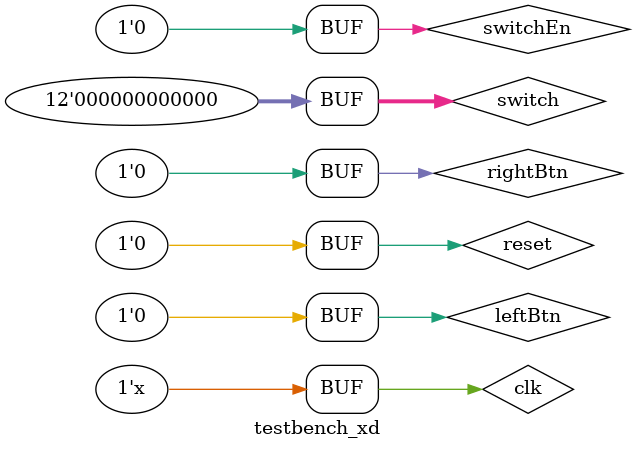
<source format=sv>
`timescale 1ns / 1ps


module testbench_xd();
    
    logic clk, reset, leftBtn, rightBtn, switchEn;
    logic [3:0] Res, rdd1;
    logic [11:0] switch;
    logic [6:0] seg;
    logic [3:0] an; 
    logic dp;
    assign switchEn = 0;
    assign switch = 0;
    assign rightBtn = 0;
    Simple_Processor maalesefxd( clk, reset, leftBtn, rightBtn, switchEn, switch,seg,  dp, an, Res, rdd1);
    
    initial 
        clk = 1;
    always 
        begin
        #10;               
        clk = ~clk;        
        end   
    
    initial begin
    reset = 1;
    #10; 
    reset = 0;
    #20; 
    leftBtn = 0;
    #20; 
    leftBtn = 1;
    #20; 
    leftBtn = 0;
    #20; 
    leftBtn = 1;
    #20; 
    leftBtn = 0;
    #20; 
    leftBtn = 1;
    #20; 
    leftBtn = 0;
    end 
    
endmodule


</source>
